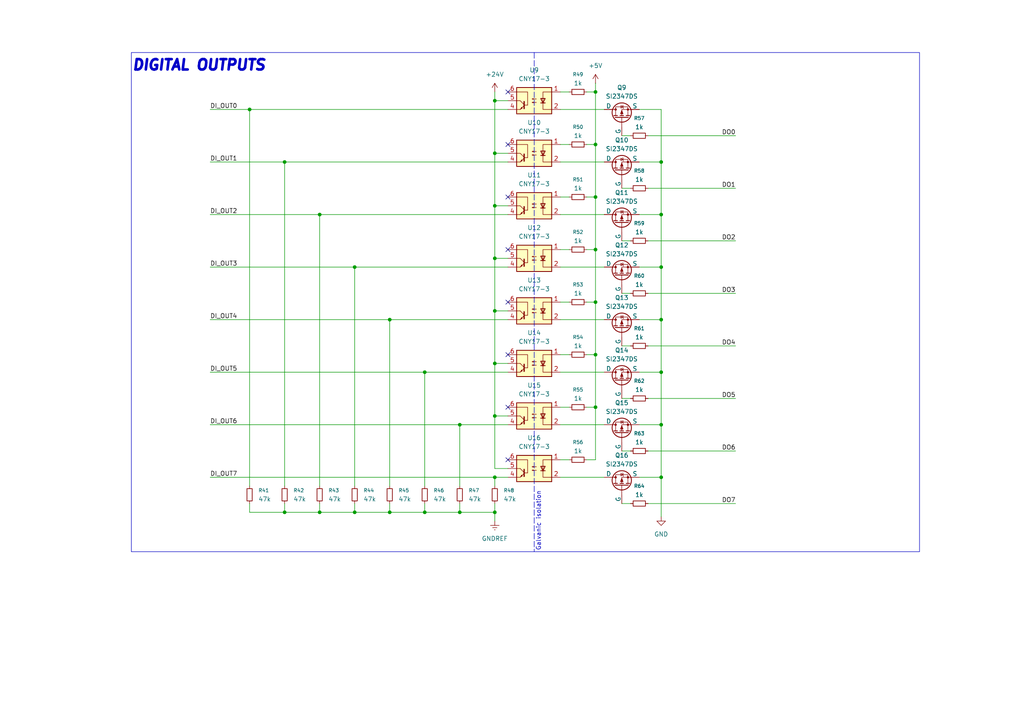
<source format=kicad_sch>
(kicad_sch (version 20250114) (generator "eeschema") (generator_version "9.0")
  (paper "A4")
  (title_block (title "PLC on STM - Digital Output Shield") (date "2026-01-07") (company "Author: Grzegorz Potocki"))
  (lib_symbols
    (symbol "Device:R_Small" (pin_numbers (hide yes)) (pin_names (offset 0.254) (hide yes))
      (property "Reference" "R" (at 0 0 90))
      (property "Value" "R_Small" (at 1.778 0 90))
      (symbol "R_Small_0_1"
        (rectangle (start -0.762 1.778) (end 0.762 -1.778) (stroke (width 0.2032)))
      )
      (symbol "R_Small_1_1"
        (pin passive line (at 0 2.54 270) (length 0.762) (name "~") (number "1"))
        (pin passive line (at 0 -2.54 90) (length 0.762) (name "~") (number "2"))
      )
    )
    (symbol "Isolator:CNY17-3" (pin_names (offset 1.016))
      (property "Reference" "U" (at -5.08 5.08 0))
      (property "Value" "CNY17-3" (at 0 5.08 0))
      (symbol "CNY17-3_0_1"
        (rectangle (start -5.08 3.81) (end 5.08 -3.81) (stroke (width 0.254)) (fill (type background)))
        (polyline (pts (xy -5.08 2.54) (xy -2.54 2.54) (xy -2.54 -0.762)))
        (polyline (pts (xy -3.175 -0.635) (xy -1.905 -0.635)) (stroke (width 0.254)))
        (polyline (pts (xy -2.54 -0.635) (xy -2.54 -2.54) (xy -5.08 -2.54)))
        (polyline (pts (xy -2.54 -0.635) (xy -3.175 0.635) (xy -1.905 0.635) (xy -2.54 -0.635)) (stroke (width 0.254)))
        (polyline (pts (xy -0.635 0.508) (xy 0.635 0.508) (xy 0.254 0.381) (xy 0.254 0.635) (xy 0.635 0.508)))
        (polyline (pts (xy -0.635 -0.508) (xy 0.635 -0.508) (xy 0.254 -0.635) (xy 0.254 -0.381) (xy 0.635 -0.508)))
        (polyline (pts (xy 1.905 -1.27) (xy 1.905 2.54) (xy 5.08 2.54)))
        (polyline (pts (xy 2.921 -0.254) (xy 2.921 -2.286)) (stroke (width 0.3556)))
        (polyline (pts (xy 2.921 -1.143) (xy 4.064 0)))
        (polyline (pts (xy 2.921 -1.27) (xy 1.905 -1.27)))
        (polyline (pts (xy 2.921 -1.397) (xy 4.064 -2.54)))
        (polyline (pts (xy 3.937 -2.413) (xy 3.683 -1.905) (xy 3.429 -2.159) (xy 3.937 -2.413)))
        (polyline (pts (xy 4.064 -2.54) (xy 5.08 -2.54)))
        (polyline (pts (xy 5.08 0) (xy 4.064 0)))
      )
      (symbol "CNY17-3_1_1"
        (pin passive line (at -7.62 2.54 0) (length 2.54) (name "~") (number "1"))
        (pin passive line (at -7.62 -2.54 0) (length 2.54) (name "~") (number "2"))
        (pin no_connect line (at -5.08 0 0) (length 2.54) (hide yes) (name "NC") (number "3"))
        (pin passive line (at 7.62 2.54 180) (length 2.54) (name "~") (number "6"))
        (pin passive line (at 7.62 0 180) (length 2.54) (name "~") (number "5"))
        (pin passive line (at 7.62 -2.54 180) (length 2.54) (name "~") (number "4"))
      )
    )
    (symbol "Simulation_SPICE:PMOS" (pin_numbers (hide yes)) (pin_names (offset 0))
      (property "Reference" "Q" (at 5.08 1.27 0))
      (property "Value" "PMOS" (at 5.08 -1.27 0))
      (symbol "PMOS_0_1"
        (polyline (pts (xy 0.254 1.905) (xy 0.254 -1.905)) (stroke (width 0.254)))
        (polyline (pts (xy 0.254 0) (xy -2.54 0)))
        (polyline (pts (xy 0.762 2.286) (xy 0.762 1.27)) (stroke (width 0.254)))
        (polyline (pts (xy 0.762 1.778) (xy 3.302 1.778) (xy 3.302 -1.778) (xy 0.762 -1.778)))
        (polyline (pts (xy 0.762 0.508) (xy 0.762 -0.508)) (stroke (width 0.254)))
        (polyline (pts (xy 0.762 -1.27) (xy 0.762 -2.286)) (stroke (width 0.254)))
        (circle (center 1.651 0) (radius 2.794) (stroke (width 0.254)))
        (polyline (pts (xy 2.286 0) (xy 1.27 0.381) (xy 1.27 -0.381) (xy 2.286 0)) (fill (type outline)))
        (polyline (pts (xy 2.54 2.54) (xy 2.54 1.778)))
        (circle (center 2.54 1.778) (radius 0.254) (fill (type outline)))
        (circle (center 2.54 -1.778) (radius 0.254) (fill (type outline)))
        (polyline (pts (xy 2.54 -2.54) (xy 2.54 0) (xy 0.762 0)))
        (polyline (pts (xy 2.794 -0.508) (xy 2.921 -0.381) (xy 3.683 -0.381) (xy 3.81 -0.254)))
        (polyline (pts (xy 3.302 -0.381) (xy 2.921 0.254) (xy 3.683 0.254) (xy 3.302 -0.381)))
      )
      (symbol "PMOS_1_1"
        (pin input line (at -5.08 0 0) (length 2.54) (name "G") (number "2"))
        (pin passive line (at 2.54 5.08 270) (length 2.54) (name "D") (number "1"))
        (pin passive line (at 2.54 -5.08 90) (length 2.54) (name "S") (number "3"))
      )
    )
    (symbol "power:+24V" (power) (pin_numbers (hide yes)) (pin_names (offset 0) (hide yes))
      (property "Value" "+24V" (at 0 3.556 0))
      (symbol "+24V_0_1"
        (polyline (pts (xy -0.762 1.27) (xy 0 2.54)))
        (polyline (pts (xy 0 2.54) (xy 0.762 1.27)))
        (polyline (pts (xy 0 0) (xy 0 2.54)))
      )
      (symbol "+24V_1_1"
        (pin power_in line (at 0 0 90) (length 0) (name "~") (number "1"))
      )
    )
    (symbol "power:+5V" (power) (pin_numbers (hide yes)) (pin_names (offset 0) (hide yes))
      (property "Value" "+5V" (at 0 3.556 0))
      (symbol "+5V_0_1"
        (polyline (pts (xy -0.762 1.27) (xy 0 2.54)))
        (polyline (pts (xy 0 2.54) (xy 0.762 1.27)))
        (polyline (pts (xy 0 0) (xy 0 2.54)))
      )
      (symbol "+5V_1_1"
        (pin power_in line (at 0 0 90) (length 0) (name "~") (number "1"))
      )
    )
    (symbol "power:GND" (power) (pin_numbers (hide yes)) (pin_names (offset 0) (hide yes))
      (property "Value" "GND" (at 0 -3.81 0))
      (symbol "GND_0_1"
        (polyline (pts (xy 0 0) (xy 0 -1.27) (xy 1.27 -1.27) (xy 0 -2.54) (xy -1.27 -1.27) (xy 0 -1.27)))
      )
      (symbol "GND_1_1"
        (pin power_in line (at 0 0 270) (length 0) (name "~") (number "1"))
      )
    )
    (symbol "power:GNDREF" (power) (pin_numbers (hide yes)) (pin_names (offset 0) (hide yes))
      (property "Value" "GNDREF" (at 0 -3.81 0))
      (symbol "GNDREF_0_1"
        (polyline (pts (xy -0.635 -1.905) (xy 0.635 -1.905)))
        (polyline (pts (xy -0.127 -2.54) (xy 0.127 -2.54)))
        (polyline (pts (xy 0 -1.27) (xy 0 0)))
        (polyline (pts (xy 1.27 -1.27) (xy -1.27 -1.27)))
      )
      (symbol "GNDREF_1_1"
        (pin power_in line (at 0 0 270) (length 0) (name "~") (number "1"))
      )
    )
  )
  (rectangle (start 38.1 15.24) (end 266.7 160.02))
  (text "Galvanic isolation" (at 156.21 151.13 90) (effects (font (size 1.27 1.27))))
  (text "DIGITAL OUTPUTS" (at 38.1 19.05 0) (effects (font (size 3 3) (thickness 2) (bold yes) (italic yes)) (justify left)))
  (junction (at 123.19 107.95))
  (junction (at 123.19 148.59))
  (junction (at 143.51 138.43))
  (junction (at 191.77 77.47))
  (junction (at 92.71 62.23))
  (junction (at 172.72 72.39))
  (junction (at 72.39 31.75))
  (junction (at 92.71 148.59))
  (junction (at 191.77 123.19))
  (junction (at 191.77 138.43))
  (junction (at 143.51 120.65))
  (junction (at 191.77 92.71))
  (junction (at 143.51 29.21))
  (junction (at 143.51 90.17))
  (junction (at 102.87 148.59))
  (junction (at 172.72 118.11))
  (junction (at 172.72 87.63))
  (junction (at 191.77 107.95))
  (junction (at 113.03 92.71))
  (junction (at 143.51 148.59))
  (junction (at 82.55 46.99))
  (junction (at 143.51 74.93))
  (junction (at 133.35 148.59))
  (junction (at 172.72 102.87))
  (junction (at 191.77 46.99))
  (junction (at 172.72 41.91))
  (junction (at 143.51 59.69))
  (junction (at 113.03 148.59))
  (junction (at 191.77 62.23))
  (junction (at 172.72 26.67))
  (junction (at 102.87 77.47))
  (junction (at 143.51 44.45))
  (junction (at 133.35 123.19))
  (junction (at 143.51 105.41))
  (junction (at 82.55 148.59))
  (junction (at 172.72 57.15))
  (no_connect (at 147.32 133.35))
  (no_connect (at 147.32 57.15))
  (no_connect (at 147.32 41.91))
  (no_connect (at 147.32 87.63))
  (no_connect (at 147.32 72.39))
  (no_connect (at 147.32 26.67))
  (no_connect (at 147.32 118.11))
  (no_connect (at 147.32 102.87))
  (wire (pts (xy 143.51 146.05) (xy 143.51 148.59)))
  (wire (pts (xy 162.56 46.99) (xy 175.26 46.99)))
  (wire (pts (xy 82.55 46.99) (xy 82.55 140.97)))
  (wire (pts (xy 133.35 148.59) (xy 143.51 148.59)))
  (wire (pts (xy 162.56 31.75) (xy 175.26 31.75)))
  (wire (pts (xy 147.32 120.65) (xy 143.51 120.65)))
  (wire (pts (xy 180.34 115.57) (xy 182.88 115.57)))
  (wire (pts (xy 123.19 148.59) (xy 133.35 148.59)))
  (wire (pts (xy 102.87 77.47) (xy 102.87 140.97)))
  (wire (pts (xy 60.96 123.19) (xy 133.35 123.19)))
  (wire (pts (xy 162.56 118.11) (xy 165.1 118.11)))
  (wire (pts (xy 113.03 148.59) (xy 123.19 148.59)))
  (wire (pts (xy 147.32 105.41) (xy 143.51 105.41)))
  (wire (pts (xy 191.77 77.47) (xy 191.77 92.71)))
  (wire (pts (xy 147.32 44.45) (xy 143.51 44.45)))
  (wire (pts (xy 72.39 146.05) (xy 72.39 148.59)))
  (wire (pts (xy 191.77 92.71) (xy 191.77 107.95)))
  (wire (pts (xy 185.42 62.23) (xy 191.77 62.23)))
  (wire (pts (xy 185.42 138.43) (xy 191.77 138.43)))
  (wire (pts (xy 185.42 123.19) (xy 191.77 123.19)))
  (wire (pts (xy 170.18 133.35) (xy 172.72 133.35)))
  (wire (pts (xy 102.87 146.05) (xy 102.87 148.59)))
  (wire (pts (xy 60.96 31.75) (xy 72.39 31.75)))
  (wire (pts (xy 185.42 77.47) (xy 191.77 77.47)))
  (wire (pts (xy 180.34 39.37) (xy 182.88 39.37)))
  (wire (pts (xy 180.34 146.05) (xy 182.88 146.05)))
  (wire (pts (xy 60.96 107.95) (xy 123.19 107.95)))
  (wire (pts (xy 162.56 123.19) (xy 175.26 123.19)))
  (wire (pts (xy 191.77 46.99) (xy 191.77 62.23)))
  (wire (pts (xy 143.51 120.65) (xy 143.51 135.89)))
  (wire (pts (xy 187.96 146.05) (xy 213.36 146.05)))
  (wire (pts (xy 113.03 146.05) (xy 113.03 148.59)))
  (wire (pts (xy 92.71 146.05) (xy 92.71 148.59)))
  (wire (pts (xy 162.56 72.39) (xy 165.1 72.39)))
  (wire (pts (xy 102.87 77.47) (xy 147.32 77.47)))
  (wire (pts (xy 147.32 135.89) (xy 143.51 135.89)))
  (wire (pts (xy 72.39 148.59) (xy 82.55 148.59)))
  (wire (pts (xy 162.56 133.35) (xy 165.1 133.35)))
  (wire (pts (xy 60.96 46.99) (xy 82.55 46.99)))
  (wire (pts (xy 92.71 62.23) (xy 92.71 140.97)))
  (wire (pts (xy 187.96 85.09) (xy 213.36 85.09)))
  (wire (pts (xy 187.96 69.85) (xy 213.36 69.85)))
  (wire (pts (xy 113.03 92.71) (xy 113.03 140.97)))
  (wire (pts (xy 187.96 115.57) (xy 213.36 115.57)))
  (wire (pts (xy 170.18 57.15) (xy 172.72 57.15)))
  (wire (pts (xy 162.56 87.63) (xy 165.1 87.63)))
  (wire (pts (xy 143.51 29.21) (xy 143.51 44.45)))
  (wire (pts (xy 172.72 41.91) (xy 172.72 57.15)))
  (wire (pts (xy 172.72 26.67) (xy 172.72 41.91)))
  (wire (pts (xy 172.72 57.15) (xy 172.72 72.39)))
  (wire (pts (xy 162.56 77.47) (xy 175.26 77.47)))
  (wire (pts (xy 133.35 123.19) (xy 147.32 123.19)))
  (wire (pts (xy 143.51 59.69) (xy 143.51 74.93)))
  (wire (pts (xy 162.56 57.15) (xy 165.1 57.15)))
  (wire (pts (xy 191.77 107.95) (xy 191.77 123.19)))
  (wire (pts (xy 143.51 26.67) (xy 143.51 29.21)))
  (wire (pts (xy 60.96 92.71) (xy 113.03 92.71)))
  (wire (pts (xy 123.19 107.95) (xy 147.32 107.95)))
  (wire (pts (xy 143.51 138.43) (xy 143.51 140.97)))
  (wire (pts (xy 172.72 102.87) (xy 172.72 118.11)))
  (wire (pts (xy 162.56 62.23) (xy 175.26 62.23)))
  (wire (pts (xy 143.51 90.17) (xy 143.51 105.41)))
  (wire (pts (xy 180.34 54.61) (xy 182.88 54.61)))
  (wire (pts (xy 143.51 148.59) (xy 143.51 151.13)))
  (wire (pts (xy 187.96 54.61) (xy 213.36 54.61)))
  (wire (pts (xy 170.18 72.39) (xy 172.72 72.39)))
  (wire (pts (xy 170.18 118.11) (xy 172.72 118.11)))
  (wire (pts (xy 162.56 92.71) (xy 175.26 92.71)))
  (wire (pts (xy 170.18 102.87) (xy 172.72 102.87)))
  (wire (pts (xy 191.77 62.23) (xy 191.77 77.47)))
  (wire (pts (xy 113.03 92.71) (xy 147.32 92.71)))
  (wire (pts (xy 147.32 59.69) (xy 143.51 59.69)))
  (wire (pts (xy 191.77 138.43) (xy 191.77 149.86)))
  (wire (pts (xy 133.35 146.05) (xy 133.35 148.59)))
  (wire (pts (xy 82.55 146.05) (xy 82.55 148.59)))
  (wire (pts (xy 170.18 41.91) (xy 172.72 41.91)))
  (wire (pts (xy 162.56 107.95) (xy 175.26 107.95)))
  (wire (pts (xy 187.96 130.81) (xy 213.36 130.81)))
  (wire (pts (xy 92.71 62.23) (xy 147.32 62.23)))
  (wire (pts (xy 187.96 100.33) (xy 213.36 100.33)))
  (wire (pts (xy 147.32 90.17) (xy 143.51 90.17)))
  (wire (pts (xy 170.18 26.67) (xy 172.72 26.67)))
  (wire (pts (xy 172.72 87.63) (xy 172.72 102.87)))
  (wire (pts (xy 191.77 123.19) (xy 191.77 138.43)))
  (wire (pts (xy 162.56 41.91) (xy 165.1 41.91)))
  (wire (pts (xy 60.96 138.43) (xy 143.51 138.43)))
  (wire (pts (xy 102.87 148.59) (xy 113.03 148.59)))
  (wire (pts (xy 162.56 138.43) (xy 175.26 138.43)))
  (wire (pts (xy 180.34 100.33) (xy 182.88 100.33)))
  (wire (pts (xy 133.35 123.19) (xy 133.35 140.97)))
  (wire (pts (xy 172.72 24.13) (xy 172.72 26.67)))
  (wire (pts (xy 72.39 31.75) (xy 147.32 31.75)))
  (wire (pts (xy 162.56 26.67) (xy 165.1 26.67)))
  (wire (pts (xy 82.55 46.99) (xy 147.32 46.99)))
  (wire (pts (xy 72.39 31.75) (xy 72.39 140.97)))
  (wire (pts (xy 180.34 130.81) (xy 182.88 130.81)))
  (wire (pts (xy 191.77 31.75) (xy 191.77 46.99)))
  (wire (pts (xy 123.19 146.05) (xy 123.19 148.59)))
  (wire (pts (xy 143.51 105.41) (xy 143.51 120.65)))
  (wire (pts (xy 143.51 44.45) (xy 143.51 59.69)))
  (wire (pts (xy 82.55 148.59) (xy 92.71 148.59)))
  (wire (pts (xy 143.51 74.93) (xy 143.51 90.17)))
  (wire (pts (xy 162.56 102.87) (xy 165.1 102.87)))
  (wire (pts (xy 170.18 87.63) (xy 172.72 87.63)))
  (wire (pts (xy 60.96 77.47) (xy 102.87 77.47)))
  (wire (pts (xy 60.96 62.23) (xy 92.71 62.23)))
  (wire (pts (xy 185.42 107.95) (xy 191.77 107.95)))
  (wire (pts (xy 180.34 85.09) (xy 182.88 85.09)))
  (wire (pts (xy 147.32 29.21) (xy 143.51 29.21)))
  (wire (pts (xy 147.32 138.43) (xy 143.51 138.43)))
  (wire (pts (xy 180.34 69.85) (xy 182.88 69.85)))
  (wire (pts (xy 187.96 39.37) (xy 213.36 39.37)))
  (wire (pts (xy 172.72 118.11) (xy 172.72 133.35)))
  (wire (pts (xy 92.71 148.59) (xy 102.87 148.59)))
  (wire (pts (xy 147.32 74.93) (xy 143.51 74.93)))
  (wire (pts (xy 123.19 107.95) (xy 123.19 140.97)))
  (wire (pts (xy 172.72 72.39) (xy 172.72 87.63)))
  (wire (pts (xy 185.42 46.99) (xy 191.77 46.99)))
  (polyline (pts (xy 154.94 15.24) (xy 154.94 160.02)) (stroke (width 0) (type dash)))
  (wire (pts (xy 185.42 31.75) (xy 191.77 31.75)))
  (wire (pts (xy 185.42 92.71) (xy 191.77 92.71)))
  (label "DI_OUT7" (at 60.96 138.43 0))
  (label "DI_OUT1" (at 60.96 46.99 0))
  (label "DO3" (at 213.36 85.09 180))
  (label "DO1" (at 213.36 54.61 180))
  (label "DO2" (at 213.36 69.85 180))
  (label "DI_OUT5" (at 60.96 107.95 0))
  (label "DO7" (at 213.36 146.05 180))
  (label "DO5" (at 213.36 115.57 180))
  (label "DI_OUT3" (at 60.96 77.47 0))
  (label "DO4" (at 213.36 100.33 180))
  (label "DO6" (at 213.36 130.81 180))
  (label "DI_OUT2" (at 60.96 62.23 0))
  (label "DO0" (at 213.36 39.37 180))
  (label "DI_OUT6" (at 60.96 123.19 0))
  (label "DI_OUT4" (at 60.96 92.71 0))
  (label "DI_OUT0" (at 60.96 31.75 0))
  (symbol (lib_id "Device:R_Small") (at 72.39 143.51 0) (unit 1)
    (property "Reference" "R41" (at 74.93 142.2399 0) (effects (font (size 1.016 1.016)) (justify left)))
    (property "Value" "47k" (at 74.93 144.7799 0) (effects (justify left)))
    (property "Footprint" "Resistor_SMD:R_0603_1608Metric_Pad0.98x0.95mm_HandSolder" (effects (hide yes)))
    (property "Datasheet" "https://www.vishay.com/docs/20035/dcrcwe3.pdf" (effects (hide yes)))
    (property "Description" "Resistor, small symbol" (effects (hide yes)))
    (property "Mouser Part Number" "71-CRCW0603-47K-E3" (effects (hide yes)))
    (property "Mouser Price/Stock" "https://www.mouser.pl/ProductDetail/Vishay/CRCW060347K0FKEA?qs=yJVtgANCw03gcaACf6JZKA%3D%3D" (effects (hide yes)))
  )
  (symbol (lib_id "Simulation_SPICE:PMOS") (at 180.34 80.01 90) (unit 1)
    (property "Reference" "Q12" (at 180.34 71.12 90))
    (property "Value" "SI2347DS" (at 180.34 73.66 90))
    (property "Footprint" "Package_TO_SOT_SMD:SOT-23-3" (effects (hide yes)))
    (property "Datasheet" "https://www.vishay.com/docs/62827/si2347ds.pdf" (effects (hide yes)))
    (property "Description" "P-MOSFET transistor, drain/source/gate" (effects (hide yes)))
    (property "Sim.Device" "PMOS" (effects (hide yes)))
    (property "Sim.Type" "VDMOS" (effects (hide yes)))
    (property "Sim.Pins" "1=D 2=G 3=S" (effects (hide yes)))
    (property "Mouser Part Number" "78-SI2347DS-T1-GE3" (effects (hide yes)))
    (property "Mouser Price/Stock" "https://www.mouser.pl/ProductDetail/Vishay-Semiconductors/SI2347DS-T1-GE3?qs=wnm%2FPMJNddFQv4lfacOrcA%3D%3D&srsltid=AfmBOopDsyWPnLpfU6YZIp8ipSPmLuQjMHACLLtnUO4hEaqjtMrrZX5w" (effects (hide yes)))
  )
  (symbol (lib_id "Simulation_SPICE:PMOS") (at 180.34 125.73 90) (unit 1)
    (property "Reference" "Q15" (at 180.34 116.84 90))
    (property "Value" "SI2347DS" (at 180.34 119.38 90))
    (property "Footprint" "Package_TO_SOT_SMD:SOT-23-3" (effects (hide yes)))
    (property "Datasheet" "https://www.vishay.com/docs/62827/si2347ds.pdf" (effects (hide yes)))
    (property "Description" "P-MOSFET transistor, drain/source/gate" (effects (hide yes)))
    (property "Sim.Device" "PMOS" (effects (hide yes)))
    (property "Sim.Type" "VDMOS" (effects (hide yes)))
    (property "Sim.Pins" "1=D 2=G 3=S" (effects (hide yes)))
    (property "Mouser Part Number" "78-SI2347DS-T1-GE3" (effects (hide yes)))
    (property "Mouser Price/Stock" "https://www.mouser.pl/ProductDetail/Vishay-Semiconductors/SI2347DS-T1-GE3?qs=wnm%2FPMJNddFQv4lfacOrcA%3D%3D&srsltid=AfmBOopDsyWPnLpfU6YZIp8ipSPmLuQjMHACLLtnUO4hEaqjtMrrZX5w" (effects (hide yes)))
  )
  (symbol (lib_id "Isolator:CNY17-3") (at 154.94 135.89 0) (mirror y) (unit 1)
    (property "Reference" "U16" (at 154.94 127 0))
    (property "Value" "CNY17-3" (at 154.94 129.54 0))
    (property "Footprint" "PLC_STM:SOP254P1016X400-6N" (effects (hide yes)))
    (property "Datasheet" "http://www.vishay.com/docs/83606/cny17.pdf" (effects (hide yes)))
    (property "Description" "DC Optocoupler Base Connected, Vce 70V, CTR 100-200%, Viso 5000V (RMS), DIP6" (effects (hide yes)))
    (property "Mouser Part Number" "782-CNY17-3X009" (effects (hide yes)))
    (property "Mouser Price/Stock" "https://www.mouser.pl/ProductDetail/Vishay-Semiconductors/CNY17-3X009?qs=%2Fjqivxn91cdKw04v7SCHwQ%3D%3D" (effects (hide yes)))
  )
  (symbol (lib_id "Device:R_Small") (at 102.87 143.51 0) (unit 1)
    (property "Reference" "R44" (at 105.41 142.2399 0) (effects (font (size 1.016 1.016)) (justify left)))
    (property "Value" "47k" (at 105.41 144.7799 0) (effects (justify left)))
    (property "Footprint" "Resistor_SMD:R_0603_1608Metric_Pad0.98x0.95mm_HandSolder" (effects (hide yes)))
    (property "Datasheet" "https://www.vishay.com/docs/20035/dcrcwe3.pdf" (effects (hide yes)))
    (property "Description" "Resistor, small symbol" (effects (hide yes)))
    (property "Mouser Part Number" "71-CRCW0603-47K-E3" (effects (hide yes)))
    (property "Mouser Price/Stock" "https://www.mouser.pl/ProductDetail/Vishay/CRCW060347K0FKEA?qs=yJVtgANCw03gcaACf6JZKA%3D%3D" (effects (hide yes)))
  )
  (symbol (lib_id "Isolator:CNY17-3") (at 154.94 59.69 0) (mirror y) (unit 1)
    (property "Reference" "U11" (at 154.94 50.8 0))
    (property "Value" "CNY17-3" (at 154.94 53.34 0))
    (property "Footprint" "PLC_STM:SOP254P1016X400-6N" (effects (hide yes)))
    (property "Datasheet" "http://www.vishay.com/docs/83606/cny17.pdf" (effects (hide yes)))
    (property "Description" "DC Optocoupler Base Connected, Vce 70V, CTR 100-200%, Viso 5000V (RMS), DIP6" (effects (hide yes)))
    (property "Mouser Part Number" "782-CNY17-3X009" (effects (hide yes)))
    (property "Mouser Price/Stock" "https://www.mouser.pl/ProductDetail/Vishay-Semiconductors/CNY17-3X009?qs=%2Fjqivxn91cdKw04v7SCHwQ%3D%3D" (effects (hide yes)))
  )
  (symbol (lib_id "Simulation_SPICE:PMOS") (at 180.34 49.53 90) (unit 1)
    (property "Reference" "Q10" (at 180.34 40.64 90))
    (property "Value" "SI2347DS" (at 180.34 43.18 90))
    (property "Footprint" "Package_TO_SOT_SMD:SOT-23-3" (effects (hide yes)))
    (property "Datasheet" "https://www.vishay.com/docs/62827/si2347ds.pdf" (effects (hide yes)))
    (property "Description" "P-MOSFET transistor, drain/source/gate" (effects (hide yes)))
    (property "Sim.Device" "PMOS" (effects (hide yes)))
    (property "Sim.Type" "VDMOS" (effects (hide yes)))
    (property "Sim.Pins" "1=D 2=G 3=S" (effects (hide yes)))
    (property "Mouser Part Number" "78-SI2347DS-T1-GE3" (effects (hide yes)))
    (property "Mouser Price/Stock" "https://www.mouser.pl/ProductDetail/Vishay-Semiconductors/SI2347DS-T1-GE3?qs=wnm%2FPMJNddFQv4lfacOrcA%3D%3D&srsltid=AfmBOopDsyWPnLpfU6YZIp8ipSPmLuQjMHACLLtnUO4hEaqjtMrrZX5w" (effects (hide yes)))
  )
  (symbol (lib_id "Device:R_Small") (at 143.51 143.51 0) (unit 1)
    (property "Reference" "R48" (at 146.05 142.2399 0) (effects (font (size 1.016 1.016)) (justify left)))
    (property "Value" "47k" (at 146.05 144.7799 0) (effects (justify left)))
    (property "Footprint" "Resistor_SMD:R_0603_1608Metric_Pad0.98x0.95mm_HandSolder" (effects (hide yes)))
    (property "Datasheet" "https://www.vishay.com/docs/20035/dcrcwe3.pdf" (effects (hide yes)))
    (property "Description" "Resistor, small symbol" (effects (hide yes)))
    (property "Mouser Part Number" "71-CRCW0603-47K-E3" (effects (hide yes)))
    (property "Mouser Price/Stock" "https://www.mouser.pl/ProductDetail/Vishay/CRCW060347K0FKEA?qs=yJVtgANCw03gcaACf6JZKA%3D%3D" (effects (hide yes)))
  )
  (symbol (lib_id "Isolator:CNY17-3") (at 154.94 29.21 0) (mirror y) (unit 1)
    (property "Reference" "U9" (at 154.94 20.32 0))
    (property "Value" "CNY17-3" (at 154.94 22.86 0))
    (property "Footprint" "PLC_STM:SOP254P1016X400-6N" (effects (hide yes)))
    (property "Datasheet" "http://www.vishay.com/docs/83606/cny17.pdf" (effects (hide yes)))
    (property "Description" "DC Optocoupler Base Connected, Vce 70V, CTR 100-200%, Viso 5000V (RMS), DIP6" (effects (hide yes)))
    (property "Mouser Part Number" "782-CNY17-3X009" (effects (hide yes)))
    (property "Mouser Price/Stock" "https://www.mouser.pl/ProductDetail/Vishay-Semiconductors/CNY17-3X009?qs=%2Fjqivxn91cdKw04v7SCHwQ%3D%3D" (effects (hide yes)))
  )
  (symbol (lib_id "Device:R_Small") (at 185.42 69.85 90) (unit 1)
    (property "Reference" "R59" (at 185.42 64.77 90) (effects (font (size 1.016 1.016))))
    (property "Value" "1k" (at 185.42 67.31 90))
    (property "Footprint" "Resistor_SMD:R_0603_1608Metric_Pad0.98x0.95mm_HandSolder" (effects (hide yes)))
    (property "Datasheet" "https://www.vishay.com/docs/20035/dcrcwe3.pdf" (effects (hide yes)))
    (property "Description" "Resistor, small symbol" (effects (hide yes)))
    (property "Mouser Part Number" "71-CRCW06031K00FKED" (effects (hide yes)))
    (property "Mouser Price/Stock" "https://www.mouser.pl/ProductDetail/Vishay/CRCW06031K00FKED?qs=sGAEpiMZZMtlubZbdhIBIKbhzOdzan%2FGTch9K0lp5pQ%3D" (effects (hide yes)))
  )
  (symbol (lib_id "Device:R_Small") (at 167.64 87.63 90) (unit 1)
    (property "Reference" "R53" (at 167.64 82.55 90) (effects (font (size 1.016 1.016))))
    (property "Value" "1k" (at 167.64 85.09 90))
    (property "Footprint" "Resistor_SMD:R_0603_1608Metric_Pad0.98x0.95mm_HandSolder" (effects (hide yes)))
    (property "Datasheet" "https://www.vishay.com/docs/20035/dcrcwe3.pdf" (effects (hide yes)))
    (property "Description" "Resistor, small symbol" (effects (hide yes)))
    (property "Mouser Part Number" "71-CRCW06031K00FKED" (effects (hide yes)))
    (property "Mouser Price/Stock" "https://www.mouser.pl/ProductDetail/Vishay/CRCW06031K00FKED?qs=sGAEpiMZZMtlubZbdhIBIKbhzOdzan%2FGTch9K0lp5pQ%3D" (effects (hide yes)))
  )
  (symbol (lib_id "Device:R_Small") (at 123.19 143.51 0) (unit 1)
    (property "Reference" "R46" (at 125.73 142.2399 0) (effects (font (size 1.016 1.016)) (justify left)))
    (property "Value" "47k" (at 125.73 144.7799 0) (effects (justify left)))
    (property "Footprint" "Resistor_SMD:R_0603_1608Metric_Pad0.98x0.95mm_HandSolder" (effects (hide yes)))
    (property "Datasheet" "https://www.vishay.com/docs/20035/dcrcwe3.pdf" (effects (hide yes)))
    (property "Description" "Resistor, small symbol" (effects (hide yes)))
    (property "Mouser Part Number" "71-CRCW0603-47K-E3" (effects (hide yes)))
    (property "Mouser Price/Stock" "https://www.mouser.pl/ProductDetail/Vishay/CRCW060347K0FKEA?qs=yJVtgANCw03gcaACf6JZKA%3D%3D" (effects (hide yes)))
  )
  (symbol (lib_id "Device:R_Small") (at 167.64 133.35 90) (unit 1)
    (property "Reference" "R56" (at 167.64 128.27 90) (effects (font (size 1.016 1.016))))
    (property "Value" "1k" (at 167.64 130.81 90))
    (property "Footprint" "Resistor_SMD:R_0603_1608Metric_Pad0.98x0.95mm_HandSolder" (effects (hide yes)))
    (property "Datasheet" "https://www.vishay.com/docs/20035/dcrcwe3.pdf" (effects (hide yes)))
    (property "Description" "Resistor, small symbol" (effects (hide yes)))
    (property "Mouser Part Number" "71-CRCW06031K00FKED" (effects (hide yes)))
    (property "Mouser Price/Stock" "https://www.mouser.pl/ProductDetail/Vishay/CRCW06031K00FKED?qs=sGAEpiMZZMtlubZbdhIBIKbhzOdzan%2FGTch9K0lp5pQ%3D" (effects (hide yes)))
  )
  (symbol (lib_id "Device:R_Small") (at 167.64 26.67 90) (unit 1)
    (property "Reference" "R49" (at 167.64 21.59 90) (effects (font (size 1.016 1.016))))
    (property "Value" "1k" (at 167.64 24.13 90))
    (property "Footprint" "Resistor_SMD:R_0603_1608Metric_Pad0.98x0.95mm_HandSolder" (effects (hide yes)))
    (property "Datasheet" "https://www.vishay.com/docs/20035/dcrcwe3.pdf" (effects (hide yes)))
    (property "Description" "Resistor, small symbol" (effects (hide yes)))
    (property "Mouser Part Number" "71-CRCW06031K00FKED" (effects (hide yes)))
    (property "Mouser Price/Stock" "https://www.mouser.pl/ProductDetail/Vishay/CRCW06031K00FKED?qs=sGAEpiMZZMtlubZbdhIBIKbhzOdzan%2FGTch9K0lp5pQ%3D" (effects (hide yes)))
  )
  (symbol (lib_id "Device:R_Small") (at 185.42 39.37 90) (unit 1)
    (property "Reference" "R57" (at 185.42 34.29 90) (effects (font (size 1.016 1.016))))
    (property "Value" "1k" (at 185.42 36.83 90))
    (property "Footprint" "Resistor_SMD:R_0603_1608Metric_Pad0.98x0.95mm_HandSolder" (effects (hide yes)))
    (property "Datasheet" "https://www.vishay.com/docs/20035/dcrcwe3.pdf" (effects (hide yes)))
    (property "Description" "Resistor, small symbol" (effects (hide yes)))
    (property "Mouser Part Number" "71-CRCW06031K00FKED" (effects (hide yes)))
    (property "Mouser Price/Stock" "https://www.mouser.pl/ProductDetail/Vishay/CRCW06031K00FKED?qs=sGAEpiMZZMtlubZbdhIBIKbhzOdzan%2FGTch9K0lp5pQ%3D" (effects (hide yes)))
  )
  (symbol (lib_id "power:+5V") (at 172.72 24.13 0) (unit 1)
    (property "Reference" "#PWR014" (effects (hide yes)))
    (property "Value" "+5V" (at 172.72 19.05 0))
    (property "Description" "Power symbol creates a global label with name \"+5V\"" (effects (hide yes)))
  )
  (symbol (lib_id "Device:R_Small") (at 167.64 102.87 90) (unit 1)
    (property "Reference" "R54" (at 167.64 97.79 90) (effects (font (size 1.016 1.016))))
    (property "Value" "1k" (at 167.64 100.33 90))
    (property "Footprint" "Resistor_SMD:R_0603_1608Metric_Pad0.98x0.95mm_HandSolder" (effects (hide yes)))
    (property "Datasheet" "https://www.vishay.com/docs/20035/dcrcwe3.pdf" (effects (hide yes)))
    (property "Description" "Resistor, small symbol" (effects (hide yes)))
    (property "Mouser Part Number" "71-CRCW06031K00FKED" (effects (hide yes)))
    (property "Mouser Price/Stock" "https://www.mouser.pl/ProductDetail/Vishay/CRCW06031K00FKED?qs=sGAEpiMZZMtlubZbdhIBIKbhzOdzan%2FGTch9K0lp5pQ%3D" (effects (hide yes)))
  )
  (symbol (lib_id "Isolator:CNY17-3") (at 154.94 120.65 0) (mirror y) (unit 1)
    (property "Reference" "U15" (at 154.94 111.76 0))
    (property "Value" "CNY17-3" (at 154.94 114.3 0))
    (property "Footprint" "PLC_STM:SOP254P1016X400-6N" (effects (hide yes)))
    (property "Datasheet" "http://www.vishay.com/docs/83606/cny17.pdf" (effects (hide yes)))
    (property "Description" "DC Optocoupler Base Connected, Vce 70V, CTR 100-200%, Viso 5000V (RMS), DIP6" (effects (hide yes)))
    (property "Mouser Part Number" "782-CNY17-3X009" (effects (hide yes)))
    (property "Mouser Price/Stock" "https://www.mouser.pl/ProductDetail/Vishay-Semiconductors/CNY17-3X009?qs=%2Fjqivxn91cdKw04v7SCHwQ%3D%3D" (effects (hide yes)))
  )
  (symbol (lib_id "Simulation_SPICE:PMOS") (at 180.34 110.49 90) (unit 1)
    (property "Reference" "Q14" (at 180.34 101.6 90))
    (property "Value" "SI2347DS" (at 180.34 104.14 90))
    (property "Footprint" "Package_TO_SOT_SMD:SOT-23-3" (effects (hide yes)))
    (property "Datasheet" "https://www.vishay.com/docs/62827/si2347ds.pdf" (effects (hide yes)))
    (property "Description" "P-MOSFET transistor, drain/source/gate" (effects (hide yes)))
    (property "Sim.Device" "PMOS" (effects (hide yes)))
    (property "Sim.Type" "VDMOS" (effects (hide yes)))
    (property "Sim.Pins" "1=D 2=G 3=S" (effects (hide yes)))
    (property "Mouser Part Number" "78-SI2347DS-T1-GE3" (effects (hide yes)))
    (property "Mouser Price/Stock" "https://www.mouser.pl/ProductDetail/Vishay-Semiconductors/SI2347DS-T1-GE3?qs=wnm%2FPMJNddFQv4lfacOrcA%3D%3D&srsltid=AfmBOopDsyWPnLpfU6YZIp8ipSPmLuQjMHACLLtnUO4hEaqjtMrrZX5w" (effects (hide yes)))
  )
  (symbol (lib_id "Isolator:CNY17-3") (at 154.94 44.45 0) (mirror y) (unit 1)
    (property "Reference" "U10" (at 154.94 35.56 0))
    (property "Value" "CNY17-3" (at 154.94 38.1 0))
    (property "Footprint" "PLC_STM:SOP254P1016X400-6N" (effects (hide yes)))
    (property "Datasheet" "http://www.vishay.com/docs/83606/cny17.pdf" (effects (hide yes)))
    (property "Description" "DC Optocoupler Base Connected, Vce 70V, CTR 100-200%, Viso 5000V (RMS), DIP6" (effects (hide yes)))
    (property "Mouser Part Number" "782-CNY17-3X009" (effects (hide yes)))
    (property "Mouser Price/Stock" "https://www.mouser.pl/ProductDetail/Vishay-Semiconductors/CNY17-3X009?qs=%2Fjqivxn91cdKw04v7SCHwQ%3D%3D" (effects (hide yes)))
  )
  (symbol (lib_id "Device:R_Small") (at 167.64 57.15 90) (unit 1)
    (property "Reference" "R51" (at 167.64 52.07 90) (effects (font (size 1.016 1.016))))
    (property "Value" "1k" (at 167.64 54.61 90))
    (property "Footprint" "Resistor_SMD:R_0603_1608Metric_Pad0.98x0.95mm_HandSolder" (effects (hide yes)))
    (property "Datasheet" "https://www.vishay.com/docs/20035/dcrcwe3.pdf" (effects (hide yes)))
    (property "Description" "Resistor, small symbol" (effects (hide yes)))
    (property "Mouser Part Number" "71-CRCW06031K00FKED" (effects (hide yes)))
    (property "Mouser Price/Stock" "https://www.mouser.pl/ProductDetail/Vishay/CRCW06031K00FKED?qs=sGAEpiMZZMtlubZbdhIBIKbhzOdzan%2FGTch9K0lp5pQ%3D" (effects (hide yes)))
  )
  (symbol (lib_id "Simulation_SPICE:PMOS") (at 180.34 95.25 90) (unit 1)
    (property "Reference" "Q13" (at 180.34 86.36 90))
    (property "Value" "SI2347DS" (at 180.34 88.9 90))
    (property "Footprint" "Package_TO_SOT_SMD:SOT-23-3" (effects (hide yes)))
    (property "Datasheet" "https://www.vishay.com/docs/62827/si2347ds.pdf" (effects (hide yes)))
    (property "Description" "P-MOSFET transistor, drain/source/gate" (effects (hide yes)))
    (property "Sim.Device" "PMOS" (effects (hide yes)))
    (property "Sim.Type" "VDMOS" (effects (hide yes)))
    (property "Sim.Pins" "1=D 2=G 3=S" (effects (hide yes)))
    (property "Mouser Part Number" "78-SI2347DS-T1-GE3" (effects (hide yes)))
    (property "Mouser Price/Stock" "https://www.mouser.pl/ProductDetail/Vishay-Semiconductors/SI2347DS-T1-GE3?qs=wnm%2FPMJNddFQv4lfacOrcA%3D%3D&srsltid=AfmBOopDsyWPnLpfU6YZIp8ipSPmLuQjMHACLLtnUO4hEaqjtMrrZX5w" (effects (hide yes)))
  )
  (symbol (lib_id "Device:R_Small") (at 185.42 54.61 90) (unit 1)
    (property "Reference" "R58" (at 185.42 49.53 90) (effects (font (size 1.016 1.016))))
    (property "Value" "1k" (at 185.42 52.07 90))
    (property "Footprint" "Resistor_SMD:R_0603_1608Metric_Pad0.98x0.95mm_HandSolder" (effects (hide yes)))
    (property "Datasheet" "https://www.vishay.com/docs/20035/dcrcwe3.pdf" (effects (hide yes)))
    (property "Description" "Resistor, small symbol" (effects (hide yes)))
    (property "Mouser Part Number" "71-CRCW06031K00FKED" (effects (hide yes)))
    (property "Mouser Price/Stock" "https://www.mouser.pl/ProductDetail/Vishay/CRCW06031K00FKED?qs=sGAEpiMZZMtlubZbdhIBIKbhzOdzan%2FGTch9K0lp5pQ%3D" (effects (hide yes)))
  )
  (symbol (lib_id "Device:R_Small") (at 167.64 72.39 90) (unit 1)
    (property "Reference" "R52" (at 167.64 67.31 90) (effects (font (size 1.016 1.016))))
    (property "Value" "1k" (at 167.64 69.85 90))
    (property "Footprint" "Resistor_SMD:R_0603_1608Metric_Pad0.98x0.95mm_HandSolder" (effects (hide yes)))
    (property "Datasheet" "https://www.vishay.com/docs/20035/dcrcwe3.pdf" (effects (hide yes)))
    (property "Description" "Resistor, small symbol" (effects (hide yes)))
    (property "Mouser Part Number" "71-CRCW06031K00FKED" (effects (hide yes)))
    (property "Mouser Price/Stock" "https://www.mouser.pl/ProductDetail/Vishay/CRCW06031K00FKED?qs=sGAEpiMZZMtlubZbdhIBIKbhzOdzan%2FGTch9K0lp5pQ%3D" (effects (hide yes)))
  )
  (symbol (lib_id "Isolator:CNY17-3") (at 154.94 74.93 0) (mirror y) (unit 1)
    (property "Reference" "U12" (at 154.94 66.04 0))
    (property "Value" "CNY17-3" (at 154.94 68.58 0))
    (property "Footprint" "PLC_STM:SOP254P1016X400-6N" (effects (hide yes)))
    (property "Datasheet" "http://www.vishay.com/docs/83606/cny17.pdf" (effects (hide yes)))
    (property "Description" "DC Optocoupler Base Connected, Vce 70V, CTR 100-200%, Viso 5000V (RMS), DIP6" (effects (hide yes)))
    (property "Mouser Part Number" "782-CNY17-3X009" (effects (hide yes)))
    (property "Mouser Price/Stock" "https://www.mouser.pl/ProductDetail/Vishay-Semiconductors/CNY17-3X009?qs=%2Fjqivxn91cdKw04v7SCHwQ%3D%3D" (effects (hide yes)))
  )
  (symbol (lib_id "Device:R_Small") (at 185.42 100.33 90) (unit 1)
    (property "Reference" "R61" (at 185.42 95.25 90) (effects (font (size 1.016 1.016))))
    (property "Value" "1k" (at 185.42 97.79 90))
    (property "Footprint" "Resistor_SMD:R_0603_1608Metric_Pad0.98x0.95mm_HandSolder" (effects (hide yes)))
    (property "Datasheet" "https://www.vishay.com/docs/20035/dcrcwe3.pdf" (effects (hide yes)))
    (property "Description" "Resistor, small symbol" (effects (hide yes)))
    (property "Mouser Part Number" "71-CRCW06031K00FKED" (effects (hide yes)))
    (property "Mouser Price/Stock" "https://www.mouser.pl/ProductDetail/Vishay/CRCW06031K00FKED?qs=sGAEpiMZZMtlubZbdhIBIKbhzOdzan%2FGTch9K0lp5pQ%3D" (effects (hide yes)))
  )
  (symbol (lib_id "power:GNDREF") (at 143.51 151.13 0) (unit 1)
    (property "Reference" "#PWR013" (effects (hide yes)))
    (property "Value" "GNDREF" (at 143.51 156.21 0))
    (property "Description" "Power symbol creates a global label with name \"GNDREF\" , reference supply ground" (effects (hide yes)))
  )
  (symbol (lib_id "Device:R_Small") (at 185.42 130.81 90) (unit 1)
    (property "Reference" "R63" (at 185.42 125.73 90) (effects (font (size 1.016 1.016))))
    (property "Value" "1k" (at 185.42 128.27 90))
    (property "Footprint" "Resistor_SMD:R_0603_1608Metric_Pad0.98x0.95mm_HandSolder" (effects (hide yes)))
    (property "Datasheet" "https://www.vishay.com/docs/20035/dcrcwe3.pdf" (effects (hide yes)))
    (property "Description" "Resistor, small symbol" (effects (hide yes)))
    (property "Mouser Part Number" "71-CRCW06031K00FKED" (effects (hide yes)))
    (property "Mouser Price/Stock" "https://www.mouser.pl/ProductDetail/Vishay/CRCW06031K00FKED?qs=sGAEpiMZZMtlubZbdhIBIKbhzOdzan%2FGTch9K0lp5pQ%3D" (effects (hide yes)))
  )
  (symbol (lib_id "power:+24V") (at 143.51 26.67 0) (unit 1)
    (property "Reference" "#PWR012" (effects (hide yes)))
    (property "Value" "+24V" (at 143.51 21.59 0))
    (property "Description" "Power symbol creates a global label with name \"+24V\"" (effects (hide yes)))
  )
  (symbol (lib_id "Device:R_Small") (at 167.64 118.11 90) (unit 1)
    (property "Reference" "R55" (at 167.64 113.03 90) (effects (font (size 1.016 1.016))))
    (property "Value" "1k" (at 167.64 115.57 90))
    (property "Footprint" "Resistor_SMD:R_0603_1608Metric_Pad0.98x0.95mm_HandSolder" (effects (hide yes)))
    (property "Datasheet" "https://www.vishay.com/docs/20035/dcrcwe3.pdf" (effects (hide yes)))
    (property "Description" "Resistor, small symbol" (effects (hide yes)))
    (property "Mouser Part Number" "71-CRCW06031K00FKED" (effects (hide yes)))
    (property "Mouser Price/Stock" "https://www.mouser.pl/ProductDetail/Vishay/CRCW06031K00FKED?qs=sGAEpiMZZMtlubZbdhIBIKbhzOdzan%2FGTch9K0lp5pQ%3D" (effects (hide yes)))
  )
  (symbol (lib_id "Device:R_Small") (at 82.55 143.51 0) (unit 1)
    (property "Reference" "R42" (at 85.09 142.2399 0) (effects (font (size 1.016 1.016)) (justify left)))
    (property "Value" "47k" (at 85.09 144.7799 0) (effects (justify left)))
    (property "Footprint" "Resistor_SMD:R_0603_1608Metric_Pad0.98x0.95mm_HandSolder" (effects (hide yes)))
    (property "Datasheet" "https://www.vishay.com/docs/20035/dcrcwe3.pdf" (effects (hide yes)))
    (property "Description" "Resistor, small symbol" (effects (hide yes)))
    (property "Mouser Part Number" "71-CRCW0603-47K-E3" (effects (hide yes)))
    (property "Mouser Price/Stock" "https://www.mouser.pl/ProductDetail/Vishay/CRCW060347K0FKEA?qs=yJVtgANCw03gcaACf6JZKA%3D%3D" (effects (hide yes)))
  )
  (symbol (lib_id "Isolator:CNY17-3") (at 154.94 105.41 0) (mirror y) (unit 1)
    (property "Reference" "U14" (at 154.94 96.52 0))
    (property "Value" "CNY17-3" (at 154.94 99.06 0))
    (property "Footprint" "PLC_STM:SOP254P1016X400-6N" (effects (hide yes)))
    (property "Datasheet" "http://www.vishay.com/docs/83606/cny17.pdf" (effects (hide yes)))
    (property "Description" "DC Optocoupler Base Connected, Vce 70V, CTR 100-200%, Viso 5000V (RMS), DIP6" (effects (hide yes)))
    (property "Mouser Part Number" "782-CNY17-3X009" (effects (hide yes)))
    (property "Mouser Price/Stock" "https://www.mouser.pl/ProductDetail/Vishay-Semiconductors/CNY17-3X009?qs=%2Fjqivxn91cdKw04v7SCHwQ%3D%3D" (effects (hide yes)))
  )
  (symbol (lib_id "Device:R_Small") (at 167.64 41.91 90) (unit 1)
    (property "Reference" "R50" (at 167.64 36.83 90) (effects (font (size 1.016 1.016))))
    (property "Value" "1k" (at 167.64 39.37 90))
    (property "Footprint" "Resistor_SMD:R_0603_1608Metric_Pad0.98x0.95mm_HandSolder" (effects (hide yes)))
    (property "Datasheet" "https://www.vishay.com/docs/20035/dcrcwe3.pdf" (effects (hide yes)))
    (property "Description" "Resistor, small symbol" (effects (hide yes)))
    (property "Mouser Part Number" "71-CRCW06031K00FKED" (effects (hide yes)))
    (property "Mouser Price/Stock" "https://www.mouser.pl/ProductDetail/Vishay/CRCW06031K00FKED?qs=sGAEpiMZZMtlubZbdhIBIKbhzOdzan%2FGTch9K0lp5pQ%3D" (effects (hide yes)))
  )
  (symbol (lib_id "Device:R_Small") (at 185.42 146.05 90) (unit 1)
    (property "Reference" "R64" (at 185.42 140.97 90) (effects (font (size 1.016 1.016))))
    (property "Value" "1k" (at 185.42 143.51 90))
    (property "Footprint" "Resistor_SMD:R_0603_1608Metric_Pad0.98x0.95mm_HandSolder" (effects (hide yes)))
    (property "Datasheet" "https://www.vishay.com/docs/20035/dcrcwe3.pdf" (effects (hide yes)))
    (property "Description" "Resistor, small symbol" (effects (hide yes)))
    (property "Mouser Part Number" "71-CRCW06031K00FKED" (effects (hide yes)))
    (property "Mouser Price/Stock" "https://www.mouser.pl/ProductDetail/Vishay/CRCW06031K00FKED?qs=sGAEpiMZZMtlubZbdhIBIKbhzOdzan%2FGTch9K0lp5pQ%3D" (effects (hide yes)))
  )
  (symbol (lib_id "Device:R_Small") (at 185.42 85.09 90) (unit 1)
    (property "Reference" "R60" (at 185.42 80.01 90) (effects (font (size 1.016 1.016))))
    (property "Value" "1k" (at 185.42 82.55 90))
    (property "Footprint" "Resistor_SMD:R_0603_1608Metric_Pad0.98x0.95mm_HandSolder" (effects (hide yes)))
    (property "Datasheet" "https://www.vishay.com/docs/20035/dcrcwe3.pdf" (effects (hide yes)))
    (property "Description" "Resistor, small symbol" (effects (hide yes)))
    (property "Mouser Part Number" "71-CRCW06031K00FKED" (effects (hide yes)))
    (property "Mouser Price/Stock" "https://www.mouser.pl/ProductDetail/Vishay/CRCW06031K00FKED?qs=sGAEpiMZZMtlubZbdhIBIKbhzOdzan%2FGTch9K0lp5pQ%3D" (effects (hide yes)))
  )
  (symbol (lib_id "Device:R_Small") (at 92.71 143.51 0) (unit 1)
    (property "Reference" "R43" (at 95.25 142.2399 0) (effects (font (size 1.016 1.016)) (justify left)))
    (property "Value" "47k" (at 95.25 144.7799 0) (effects (justify left)))
    (property "Footprint" "Resistor_SMD:R_0603_1608Metric_Pad0.98x0.95mm_HandSolder" (effects (hide yes)))
    (property "Datasheet" "https://www.vishay.com/docs/20035/dcrcwe3.pdf" (effects (hide yes)))
    (property "Description" "Resistor, small symbol" (effects (hide yes)))
    (property "Mouser Part Number" "71-CRCW0603-47K-E3" (effects (hide yes)))
    (property "Mouser Price/Stock" "https://www.mouser.pl/ProductDetail/Vishay/CRCW060347K0FKEA?qs=yJVtgANCw03gcaACf6JZKA%3D%3D" (effects (hide yes)))
  )
  (symbol (lib_id "Device:R_Small") (at 185.42 115.57 90) (unit 1)
    (property "Reference" "R62" (at 185.42 110.49 90) (effects (font (size 1.016 1.016))))
    (property "Value" "1k" (at 185.42 113.03 90))
    (property "Footprint" "Resistor_SMD:R_0603_1608Metric_Pad0.98x0.95mm_HandSolder" (effects (hide yes)))
    (property "Datasheet" "https://www.vishay.com/docs/20035/dcrcwe3.pdf" (effects (hide yes)))
    (property "Description" "Resistor, small symbol" (effects (hide yes)))
    (property "Mouser Part Number" "71-CRCW06031K00FKED" (effects (hide yes)))
    (property "Mouser Price/Stock" "https://www.mouser.pl/ProductDetail/Vishay/CRCW06031K00FKED?qs=sGAEpiMZZMtlubZbdhIBIKbhzOdzan%2FGTch9K0lp5pQ%3D" (effects (hide yes)))
  )
  (symbol (lib_id "Simulation_SPICE:PMOS") (at 180.34 64.77 90) (unit 1)
    (property "Reference" "Q11" (at 180.34 55.88 90))
    (property "Value" "SI2347DS" (at 180.34 58.42 90))
    (property "Footprint" "Package_TO_SOT_SMD:SOT-23-3" (effects (hide yes)))
    (property "Datasheet" "https://www.vishay.com/docs/62827/si2347ds.pdf" (effects (hide yes)))
    (property "Description" "P-MOSFET transistor, drain/source/gate" (effects (hide yes)))
    (property "Sim.Device" "PMOS" (effects (hide yes)))
    (property "Sim.Type" "VDMOS" (effects (hide yes)))
    (property "Sim.Pins" "1=D 2=G 3=S" (effects (hide yes)))
    (property "Mouser Part Number" "78-SI2347DS-T1-GE3" (effects (hide yes)))
    (property "Mouser Price/Stock" "https://www.mouser.pl/ProductDetail/Vishay-Semiconductors/SI2347DS-T1-GE3?qs=wnm%2FPMJNddFQv4lfacOrcA%3D%3D&srsltid=AfmBOopDsyWPnLpfU6YZIp8ipSPmLuQjMHACLLtnUO4hEaqjtMrrZX5w" (effects (hide yes)))
  )
  (symbol (lib_id "Simulation_SPICE:PMOS") (at 180.34 140.97 90) (unit 1)
    (property "Reference" "Q16" (at 180.34 132.08 90))
    (property "Value" "SI2347DS" (at 180.34 134.62 90))
    (property "Footprint" "Package_TO_SOT_SMD:SOT-23-3" (effects (hide yes)))
    (property "Datasheet" "https://www.vishay.com/docs/62827/si2347ds.pdf" (effects (hide yes)))
    (property "Description" "P-MOSFET transistor, drain/source/gate" (effects (hide yes)))
    (property "Sim.Device" "PMOS" (effects (hide yes)))
    (property "Sim.Type" "VDMOS" (effects (hide yes)))
    (property "Sim.Pins" "1=D 2=G 3=S" (effects (hide yes)))
    (property "Mouser Part Number" "78-SI2347DS-T1-GE3" (effects (hide yes)))
    (property "Mouser Price/Stock" "https://www.mouser.pl/ProductDetail/Vishay-Semiconductors/SI2347DS-T1-GE3?qs=wnm%2FPMJNddFQv4lfacOrcA%3D%3D&srsltid=AfmBOopDsyWPnLpfU6YZIp8ipSPmLuQjMHACLLtnUO4hEaqjtMrrZX5w" (effects (hide yes)))
  )
  (symbol (lib_id "power:GND") (at 191.77 149.86 0) (unit 1)
    (property "Reference" "#PWR015" (effects (hide yes)))
    (property "Value" "GND" (at 191.77 154.94 0))
    (property "Description" "Power symbol creates a global label with name \"GND\" , ground" (effects (hide yes)))
  )
  (symbol (lib_id "Simulation_SPICE:PMOS") (at 180.34 34.29 90) (unit 1)
    (property "Reference" "Q9" (at 180.34 25.4 90))
    (property "Value" "SI2347DS" (at 180.34 27.94 90))
    (property "Footprint" "Package_TO_SOT_SMD:SOT-23-3" (effects (hide yes)))
    (property "Datasheet" "https://www.vishay.com/docs/62827/si2347ds.pdf" (effects (hide yes)))
    (property "Description" "P-MOSFET transistor, drain/source/gate" (effects (hide yes)))
    (property "Sim.Device" "PMOS" (effects (hide yes)))
    (property "Sim.Type" "VDMOS" (effects (hide yes)))
    (property "Sim.Pins" "1=D 2=G 3=S" (effects (hide yes)))
    (property "Mouser Part Number" "78-SI2347DS-T1-GE3" (effects (hide yes)))
    (property "Mouser Price/Stock" "https://www.mouser.pl/ProductDetail/Vishay-Semiconductors/SI2347DS-T1-GE3?qs=wnm%2FPMJNddFQv4lfacOrcA%3D%3D&srsltid=AfmBOopDsyWPnLpfU6YZIp8ipSPmLuQjMHACLLtnUO4hEaqjtMrrZX5w" (effects (hide yes)))
  )
  (symbol (lib_id "Device:R_Small") (at 113.03 143.51 0) (unit 1)
    (property "Reference" "R45" (at 115.57 142.2399 0) (effects (font (size 1.016 1.016)) (justify left)))
    (property "Value" "47k" (at 115.57 144.7799 0) (effects (justify left)))
    (property "Footprint" "Resistor_SMD:R_0603_1608Metric_Pad0.98x0.95mm_HandSolder" (effects (hide yes)))
    (property "Datasheet" "https://www.vishay.com/docs/20035/dcrcwe3.pdf" (effects (hide yes)))
    (property "Description" "Resistor, small symbol" (effects (hide yes)))
    (property "Mouser Part Number" "71-CRCW0603-47K-E3" (effects (hide yes)))
    (property "Mouser Price/Stock" "https://www.mouser.pl/ProductDetail/Vishay/CRCW060347K0FKEA?qs=yJVtgANCw03gcaACf6JZKA%3D%3D" (effects (hide yes)))
  )
  (symbol (lib_id "Device:R_Small") (at 133.35 143.51 0) (unit 1)
    (property "Reference" "R47" (at 135.89 142.2399 0) (effects (font (size 1.016 1.016)) (justify left)))
    (property "Value" "47k" (at 135.89 144.7799 0) (effects (justify left)))
    (property "Footprint" "Resistor_SMD:R_0603_1608Metric_Pad0.98x0.95mm_HandSolder" (effects (hide yes)))
    (property "Datasheet" "https://www.vishay.com/docs/20035/dcrcwe3.pdf" (effects (hide yes)))
    (property "Description" "Resistor, small symbol" (effects (hide yes)))
    (property "Mouser Part Number" "71-CRCW0603-47K-E3" (effects (hide yes)))
    (property "Mouser Price/Stock" "https://www.mouser.pl/ProductDetail/Vishay/CRCW060347K0FKEA?qs=yJVtgANCw03gcaACf6JZKA%3D%3D" (effects (hide yes)))
  )
  (symbol (lib_id "Isolator:CNY17-3") (at 154.94 90.17 0) (mirror y) (unit 1)
    (property "Reference" "U13" (at 154.94 81.28 0))
    (property "Value" "CNY17-3" (at 154.94 83.82 0))
    (property "Footprint" "PLC_STM:SOP254P1016X400-6N" (effects (hide yes)))
    (property "Datasheet" "http://www.vishay.com/docs/83606/cny17.pdf" (effects (hide yes)))
    (property "Description" "DC Optocoupler Base Connected, Vce 70V, CTR 100-200%, Viso 5000V (RMS), DIP6" (effects (hide yes)))
    (property "Mouser Part Number" "782-CNY17-3X009" (effects (hide yes)))
    (property "Mouser Price/Stock" "https://www.mouser.pl/ProductDetail/Vishay-Semiconductors/CNY17-3X009?qs=%2Fjqivxn91cdKw04v7SCHwQ%3D%3D" (effects (hide yes)))
  )
)
</source>
